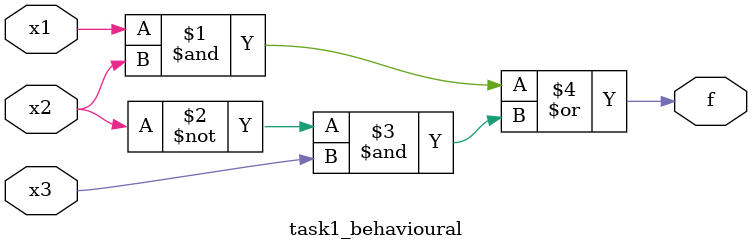
<source format=v>
module task1_behavioural(x1, x2, x3, f);
input x1, x2, x3;
output f;
assign f = (x1 & x2) | (~x2 & x3);
endmodule

</source>
